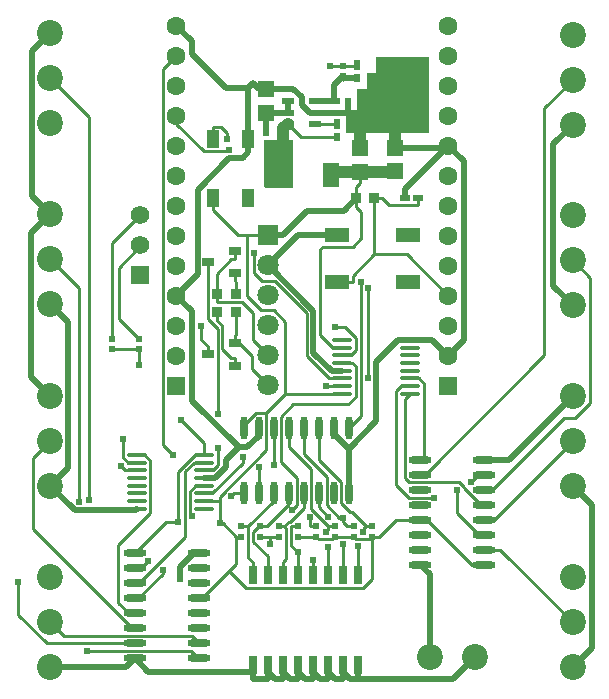
<source format=gtl>
G04 Layer: TopLayer*
G04 EasyEDA v6.5.38, 2023-11-28 08:19:45*
G04 5b7e501a1e2443daa6a4fc3441366d2c,52c161dc85b4440087471843f8ea1cfe,10*
G04 Gerber Generator version 0.2*
G04 Scale: 100 percent, Rotated: No, Reflected: No *
G04 Dimensions in millimeters *
G04 leading zeros omitted , absolute positions ,4 integer and 5 decimal *
%FSLAX45Y45*%
%MOMM*%

%AMMACRO1*21,1,$1,$2,0,0,$3*%
%ADD10C,0.5000*%
%ADD11C,0.2540*%
%ADD12C,1.0000*%
%ADD13MACRO1,0.54X0.5656X0.0000*%
%ADD14R,0.5400X0.5657*%
%ADD15O,1.9709892X0.6020054*%
%ADD16O,1.7314926000000002X0.3430016*%
%ADD17O,0.6020054X1.9709892*%
%ADD18MACRO1,1.4986X0.9982X90.0000*%
%ADD19MACRO1,1.5011X0.9982X90.0000*%
%ADD20MACRO1,0.54X0.7901X90.0000*%
%ADD21R,1.0720X0.5320*%
%ADD22MACRO1,0.54X0.7901X0.0000*%
%ADD23R,0.5400X0.7901*%
%ADD24R,1.4000X2.1200*%
%ADD25MACRO1,0.54X0.5656X-90.0000*%
%ADD26MACRO1,1.35X1.41X0.0000*%
%ADD27R,1.3500X1.4100*%
%ADD28MACRO1,0.76X1.6X0.0000*%
%ADD29R,2.1000X1.2000*%
%ADD30MACRO1,0.864X0.8065X-90.0000*%
%ADD31R,1.0000X0.8000*%
%ADD32MACRO1,0.864X0.8065X0.0000*%
%ADD33R,0.8640X0.8065*%
%ADD34MACRO1,1.6X1.6X90.0000*%
%ADD35C,1.6000*%
%ADD36C,1.5748*%
%ADD37R,1.5748X1.5748*%
%ADD38C,2.2000*%
%ADD39C,1.8000*%
%ADD40R,1.8000X1.8000*%
%ADD41C,0.6100*%
%ADD42C,0.6200*%
%ADD43C,0.0117*%

%LPD*%
G36*
X9044990Y12824968D02*
G01*
X9044990Y12434976D01*
X9059976Y12419990D01*
X9284970Y12419990D01*
X9284970Y12824968D01*
G37*
G36*
X9989972Y13529970D02*
G01*
X9989972Y13394994D01*
X9914991Y13394994D01*
X9914991Y13259968D01*
X9832238Y13257580D01*
X9832238Y13057581D01*
X9732264Y13057581D01*
X9732264Y12882575D01*
X10439958Y12884962D01*
X10439958Y13529970D01*
G37*
D10*
X8493531Y9324489D02*
G01*
X8448878Y9324489D01*
X8331733Y9207345D01*
X8331733Y9109326D01*
X7229983Y12195985D02*
G01*
X7069302Y12035304D01*
X7069302Y10821667D01*
X7229983Y10660987D01*
X7229983Y12195985D02*
G01*
X7075855Y12350112D01*
X7075855Y13576856D01*
X7229983Y13730983D01*
X11654967Y9893983D02*
G01*
X11815622Y9733328D01*
X11815622Y8524643D01*
X11654967Y8363988D01*
X10361422Y9230484D02*
G01*
X10444479Y9147426D01*
X10444479Y8444989D01*
D11*
X10908538Y9865484D02*
G01*
X10974527Y9865484D01*
X11584533Y10475490D01*
X11676837Y10475490D01*
X11803456Y10602109D01*
X11803456Y11656514D01*
X11654993Y11804977D01*
X9094038Y9466704D02*
G01*
X9008541Y9466704D01*
X9167113Y9466704D02*
G01*
X9094038Y9466704D01*
X9094038Y9466704D02*
G01*
X9094038Y9406430D01*
X8668156Y9578489D02*
G01*
X8696909Y9578489D01*
X8808694Y9466704D01*
X8668156Y9767465D02*
G01*
X8668156Y9578489D01*
X8311565Y9593323D02*
G01*
X8311565Y10014861D01*
X8454186Y10157482D01*
X8536559Y10157482D01*
X7946415Y9324489D02*
G01*
X8215249Y9593323D01*
X8311565Y9593323D01*
X9060992Y10515114D02*
G01*
X9060992Y10198681D01*
X8668156Y9805845D01*
X8668156Y9767465D01*
X8668156Y9767465D02*
G01*
X8536559Y9767465D01*
X9824643Y12258850D02*
G01*
X9865766Y12217727D01*
X9865766Y11992759D01*
X9796043Y11923036D01*
X9542932Y11923036D01*
X9703409Y11067488D02*
G01*
X9629647Y11067488D01*
X9519031Y11178105D01*
X9519031Y11899135D01*
X9542932Y11923036D01*
X9801402Y9466704D02*
G01*
X9822637Y9445470D01*
X9938740Y9445470D01*
X9959975Y9466704D01*
X8747912Y9173182D02*
G01*
X8808694Y9233964D01*
X8808694Y9466704D01*
X9642830Y9466704D02*
G01*
X9801402Y9466704D01*
X9484258Y9466704D02*
G01*
X9505492Y9445470D01*
X9621596Y9445470D01*
X9642830Y9466704D01*
X9484258Y9466704D02*
G01*
X9325686Y9466704D01*
X9959975Y9466704D02*
G01*
X9982479Y9466704D01*
X9982479Y9466704D02*
G01*
X10014889Y9466704D01*
X9703409Y10677471D02*
G01*
X9223349Y10677471D01*
X8898305Y12019988D02*
G01*
X8898305Y11502743D01*
X9015958Y11385090D01*
X9124315Y11385090D01*
X9223349Y11286055D01*
X9223349Y10677471D01*
X8898305Y12019988D02*
G01*
X8822131Y12019988D01*
X8609990Y12232129D01*
X9074988Y12019988D02*
G01*
X8898305Y12019988D01*
X9060992Y10515114D02*
G01*
X8977274Y10515114D01*
X8870492Y10408333D01*
X8870492Y10383542D01*
X8849995Y9466704D02*
G01*
X8811971Y9466704D01*
X8811971Y9466704D02*
G01*
X8808694Y9466704D01*
X8493531Y8943489D02*
G01*
X8518220Y8943489D01*
X8747912Y9173182D01*
X8747912Y9173182D02*
G01*
X8887663Y9033405D01*
X9884105Y9033405D01*
X9959975Y9109275D01*
X9959975Y9466704D01*
X10908538Y9230484D02*
G01*
X10804245Y9230484D01*
X10423245Y9611484D01*
X10361422Y9611484D01*
X10014889Y9466704D02*
G01*
X10159669Y9611484D01*
X10361422Y9611484D01*
X9824643Y12329970D02*
G01*
X9824643Y12258850D01*
X9074988Y12019988D02*
G01*
X9133941Y12019988D01*
X8609990Y12334974D02*
G01*
X8609990Y12232129D01*
X9857257Y12557579D02*
G01*
X9857257Y12459180D01*
X9824643Y12329970D02*
G01*
X9824643Y12426566D01*
X9857257Y12459180D01*
X9703409Y10742470D02*
G01*
X9568205Y10742470D01*
X10679049Y9862233D02*
G01*
X10679049Y9668329D01*
X10862894Y9484484D01*
X10908538Y9484484D01*
X8536559Y9897463D02*
G01*
X8462340Y9897463D01*
X8417839Y9852962D01*
X8417839Y9655578D01*
X8432418Y9640999D01*
X8268131Y10159260D02*
G01*
X8184946Y10242445D01*
X8184946Y13424938D01*
X8299983Y13539975D01*
X8536559Y9832464D02*
G01*
X8605494Y9832464D01*
X8861933Y10088902D01*
X8861933Y10144401D01*
X9703409Y11002490D02*
G01*
X9777958Y11002490D01*
X9820376Y11044908D01*
X9820376Y11149403D01*
X9729368Y11240411D01*
X9644405Y11240411D01*
X9703409Y10807468D02*
G01*
X9596094Y10807468D01*
X9407093Y10996470D01*
X9407093Y11358801D01*
X9135821Y11630073D01*
X9023984Y11630073D01*
X8956903Y11697154D01*
X8956903Y11869290D01*
X9922052Y10810034D02*
G01*
X9922052Y11568681D01*
X8997492Y9836426D02*
G01*
X8997492Y10052352D01*
X9212706Y9553267D02*
G01*
X9253753Y9594314D01*
X9264904Y9594314D01*
X9378492Y9707902D01*
X9378492Y9836426D01*
X9199499Y9249407D02*
G01*
X9225229Y9275137D01*
X9225229Y9540745D01*
X9212706Y9553267D01*
X9199499Y9141482D02*
G01*
X9199499Y9249407D01*
X9167113Y9553267D02*
G01*
X9212706Y9553267D01*
X9124492Y10070462D02*
G01*
X9124492Y10383542D01*
X9453499Y9249407D02*
G01*
X9453499Y9269803D01*
X9453499Y9141482D02*
G01*
X9453499Y9249407D01*
X9429343Y9553267D02*
G01*
X9429343Y9628959D01*
X9484258Y9553267D02*
G01*
X9429343Y9553267D01*
X9759492Y10383542D02*
G01*
X9863480Y10487530D01*
X9863480Y11619989D01*
X8299983Y13031975D02*
G01*
X8299983Y12963827D01*
X8531986Y12731823D01*
X8733205Y12731823D01*
X8742425Y12741043D01*
X8569985Y11722072D02*
G01*
X8565159Y11717246D01*
X8565159Y11306502D01*
X8649487Y11222174D01*
X8649487Y10502110D01*
X8569985Y11789991D02*
G01*
X8569985Y11722072D01*
X9975316Y11857352D02*
G01*
X9792893Y11674929D01*
X9792893Y11619964D01*
X10599978Y11507975D02*
G01*
X10250601Y11857352D01*
X9975316Y11857352D01*
X9975316Y11857352D02*
G01*
X9975316Y12329970D01*
X9726447Y11619964D02*
G01*
X9660000Y11619964D01*
X9726447Y11619964D02*
G01*
X9792893Y11619964D01*
X10344480Y12329970D02*
G01*
X10344480Y12275055D01*
X9975316Y12329970D02*
G01*
X10043540Y12329970D01*
X10043540Y12329970D02*
G01*
X10098633Y12274877D01*
X10344302Y12274877D01*
X10344480Y12275055D01*
X8609990Y12834973D02*
G01*
X8609990Y12937944D01*
X8609990Y12937944D02*
G01*
X8674506Y12937944D01*
X8725966Y12886484D01*
X8725966Y12834973D01*
D10*
X7229983Y11433985D02*
G01*
X7382383Y11281585D01*
X7382383Y10051387D01*
X7229983Y9898987D01*
X8828354Y10223014D02*
G01*
X8899677Y10223014D01*
X8997492Y10320830D01*
X8997492Y10383542D01*
X8299983Y11507975D02*
G01*
X8433612Y11374346D01*
X8433612Y10617756D01*
X8828354Y10223014D01*
X8536559Y9962461D02*
G01*
X8625128Y9962461D01*
X8718397Y10055730D01*
X8718397Y10113058D01*
X8828354Y10223014D01*
X7229983Y9898987D02*
G01*
X7439736Y9689233D01*
X7950174Y9689233D01*
X7963408Y9702467D01*
X9759492Y10208333D02*
G01*
X9632492Y10335333D01*
X9632492Y10383542D01*
X10276560Y11132487D02*
G01*
X10176941Y11132487D01*
X9992918Y10948464D01*
X9992918Y10441759D01*
X9759492Y10208333D01*
X9759492Y10208333D02*
G01*
X9759492Y9836426D01*
X8299983Y11507975D02*
G01*
X8479612Y11687604D01*
X8479612Y12404620D01*
X8745169Y12670177D01*
X8860434Y12670177D01*
X8909964Y12719707D01*
X9074988Y11765988D02*
G01*
X9460179Y11380797D01*
X9460179Y11025832D01*
X9613518Y10872492D01*
X9703409Y10872492D01*
X8945499Y8318395D02*
G01*
X8063509Y8318395D01*
X7946415Y8435489D01*
X8945499Y8318395D02*
G01*
X8945499Y8258299D01*
X8945499Y8378492D02*
G01*
X8945499Y8318395D01*
X10599978Y12777975D02*
G01*
X10731601Y12646352D01*
X10731601Y11131598D01*
X10599978Y10999975D01*
X8909964Y12834973D02*
G01*
X8909964Y12719707D01*
X8909964Y13267941D02*
G01*
X8909964Y12834973D01*
X7229983Y8363988D02*
G01*
X7874914Y8363988D01*
X7946415Y8435489D01*
X10825479Y8444989D02*
G01*
X10638790Y8258299D01*
X9834499Y8258299D01*
X10908538Y10119484D02*
G01*
X11118468Y10119484D01*
X11654967Y10655983D01*
X10276560Y11132487D02*
G01*
X10467466Y11132487D01*
X10599978Y10999975D01*
X8949690Y13307667D02*
G01*
X8909964Y13267941D01*
X9059976Y13254989D02*
G01*
X9002367Y13254989D01*
X8949692Y13307664D01*
X9834499Y8378492D02*
G01*
X9834499Y8258299D01*
X9707499Y8318395D02*
G01*
X9767595Y8258299D01*
X9834499Y8258299D01*
X9707499Y8318395D02*
G01*
X9707499Y8258299D01*
X9707499Y8378492D02*
G01*
X9707499Y8318395D01*
X9580499Y8318395D02*
G01*
X9640595Y8258299D01*
X9707499Y8258299D01*
X9580499Y8318395D02*
G01*
X9580499Y8258299D01*
X9580499Y8378492D02*
G01*
X9580499Y8318395D01*
X9453499Y8318395D02*
G01*
X9513595Y8258299D01*
X9580499Y8258299D01*
X9453499Y8318395D02*
G01*
X9453499Y8258299D01*
X9453499Y8378492D02*
G01*
X9453499Y8318395D01*
X9326499Y8318395D02*
G01*
X9386595Y8258299D01*
X9453499Y8258299D01*
X9326499Y8318395D02*
G01*
X9326499Y8258299D01*
X9326499Y8378492D02*
G01*
X9326499Y8318395D01*
X9199499Y8318395D02*
G01*
X9259595Y8258299D01*
X9326499Y8258299D01*
X9199499Y8318395D02*
G01*
X9199499Y8258299D01*
X9199499Y8378492D02*
G01*
X9199499Y8318395D01*
X9072499Y8318395D02*
G01*
X9132595Y8258299D01*
X9199499Y8258299D01*
X9072499Y8318395D02*
G01*
X9072499Y8258299D01*
X9072499Y8378492D02*
G01*
X9072499Y8318395D01*
X8945499Y8258299D02*
G01*
X9072499Y8258299D01*
D11*
X8569985Y11077902D02*
G01*
X8512581Y11135306D01*
X8512581Y11253975D01*
X8569985Y11009983D02*
G01*
X8569985Y11077902D01*
X9834499Y9141482D02*
G01*
X9834499Y9384027D01*
X9880701Y9504042D02*
G01*
X9880701Y9528909D01*
X9905060Y9553267D01*
X9959975Y9553267D02*
G01*
X9905060Y9553267D01*
X9505492Y10383542D02*
G01*
X9505492Y10114150D01*
X9690658Y9928984D01*
X9690658Y9752429D01*
X9769551Y9673536D01*
X9784791Y9673536D01*
X9905060Y9553267D01*
X9326499Y9333659D02*
G01*
X9270593Y9389564D01*
X9270593Y9553089D01*
X9270771Y9553267D01*
X9326499Y9249407D02*
G01*
X9326499Y9333659D01*
X9505492Y9836426D02*
G01*
X9505492Y9716284D01*
X9584512Y9637265D01*
X9298228Y9553267D02*
G01*
X9325686Y9553267D01*
X9298228Y9553267D02*
G01*
X9270771Y9553267D01*
X9326499Y9141482D02*
G01*
X9326499Y9249407D01*
X7229983Y10279987D02*
G01*
X7083221Y10133225D01*
X7083221Y9528959D01*
X7922691Y8689489D01*
X7946415Y8689489D01*
X7475042Y9760099D02*
G01*
X7475042Y11569926D01*
X7229983Y11814985D01*
X7946415Y8943489D02*
G01*
X7979232Y8943489D01*
X8188096Y9152354D01*
X8188096Y9180192D01*
X7963408Y10157482D02*
G01*
X8033435Y10157482D01*
X8080324Y10110594D01*
X8080324Y9666932D01*
X7807325Y9393933D01*
X7807325Y8909047D01*
X7899882Y8816489D01*
X7946415Y8816489D01*
X7963408Y10092484D02*
G01*
X7893684Y10092484D01*
X7848752Y10137416D01*
X7848752Y10295227D01*
X6959981Y9078998D02*
G01*
X6959981Y8803891D01*
X7201382Y8562489D01*
X7946415Y8562489D01*
X7963408Y10027485D02*
G01*
X7865770Y10027485D01*
X7832496Y10060759D01*
X7544561Y8501148D02*
G01*
X8427872Y8501148D01*
X8493531Y8435489D01*
X9585680Y9553267D02*
G01*
X9525939Y9613008D01*
X9525939Y9617834D01*
X9441992Y9701781D01*
X9441992Y10035689D01*
X9251492Y10226189D01*
X9251492Y10383542D01*
X9585680Y9553267D02*
G01*
X9615373Y9553267D01*
X9585680Y9553267D02*
G01*
X9585680Y9526165D01*
X9569704Y9510189D01*
X9642830Y9553267D02*
G01*
X9615373Y9553267D01*
X9580499Y9141482D02*
G01*
X9580499Y9382249D01*
X10276560Y10807468D02*
G01*
X10353776Y10807468D01*
X10400487Y10760758D01*
X10400487Y10158549D01*
X10361422Y10119484D01*
X10908538Y9738484D02*
G01*
X10878007Y9738484D01*
X10737621Y9878870D01*
X10737621Y9886515D01*
X10692104Y9932032D01*
X10268661Y9932032D01*
X10234218Y9966474D01*
X10234218Y10635129D01*
X10276560Y10677471D01*
X7946415Y9070489D02*
G01*
X7983702Y9070489D01*
X8372957Y9459744D01*
X8372957Y9560176D01*
X8375980Y9563199D01*
X8375980Y9611763D01*
X8372957Y9614786D01*
X8372957Y10018570D01*
X8446871Y10092484D01*
X8536559Y10092484D01*
X7946415Y9197489D02*
G01*
X7998561Y9197489D01*
X8060639Y9259567D01*
X7563713Y9777981D02*
G01*
X7563713Y13016252D01*
X7229983Y13349983D01*
X7229983Y8744988D02*
G01*
X7348981Y8625989D01*
X8430031Y8625989D01*
X8493531Y8562489D01*
X10908538Y9357484D02*
G01*
X11042472Y9357484D01*
X11654967Y8744988D01*
X10908538Y9611484D02*
G01*
X10991468Y9611484D01*
X11654967Y10274983D01*
X10361422Y9992484D02*
G01*
X10401782Y9992484D01*
X11412067Y11002769D01*
X11412067Y13092071D01*
X11654967Y13334972D01*
X8536559Y10027485D02*
G01*
X8607704Y10027485D01*
X8655735Y10075517D01*
X8655735Y10221059D01*
X9251492Y9836426D02*
G01*
X9251492Y9746587D01*
X9063456Y9558550D01*
X9063456Y9553267D01*
X9008541Y9553267D02*
G01*
X8995562Y9553267D01*
X8949156Y9506861D01*
X8949156Y9424388D01*
X9072499Y9301045D01*
X9072499Y9141482D01*
X9025915Y9553267D02*
G01*
X9008541Y9553267D01*
X9025915Y9553267D02*
G01*
X9063456Y9553267D01*
X9707270Y13364309D02*
G01*
X9707270Y13336216D01*
X9074988Y10749988D02*
G01*
X8939072Y10885904D01*
X8939072Y10999848D01*
X8799982Y11138938D01*
X8799982Y11138938D02*
G01*
X8799982Y11172898D01*
X8799982Y11104979D02*
G01*
X8799982Y11138938D01*
X8804986Y11369647D02*
G01*
X8804986Y11177902D01*
X8799982Y11172898D01*
X8639987Y11520294D02*
G01*
X8639987Y11588544D01*
X8639987Y11588544D02*
G01*
X8639987Y11691033D01*
X8766022Y11817068D01*
X8799982Y11817068D01*
X8639987Y11520294D02*
G01*
X8639987Y11452070D01*
X8639987Y11452070D02*
G01*
X8640165Y11451892D01*
X8856014Y11451892D01*
X8945194Y11362712D01*
X8945194Y11133782D01*
X9074988Y11003988D01*
X8799982Y11884987D02*
G01*
X8799982Y11817068D01*
X8799982Y10914987D02*
G01*
X8799982Y10982906D01*
X8639987Y11369647D02*
G01*
X8639987Y11301422D01*
X8639987Y11301422D02*
G01*
X8690279Y11251130D01*
X8690279Y11058649D01*
X8766022Y10982906D01*
X8799982Y10982906D01*
X8799982Y11694970D02*
G01*
X8799982Y11627076D01*
X8804986Y11520294D02*
G01*
X8804986Y11622072D01*
X8799982Y11627076D01*
X9709988Y9628273D02*
G01*
X9676333Y9628273D01*
X9571329Y9733277D01*
X9571329Y9975441D01*
X9378492Y10168277D01*
X9378492Y10383542D01*
X9707499Y9141482D02*
G01*
X9707499Y9406633D01*
X9709988Y9628273D02*
G01*
X9709988Y9589767D01*
X9746488Y9553267D01*
X9801402Y9553267D02*
G01*
X9746488Y9553267D01*
X8945499Y9141482D02*
G01*
X8945499Y9249407D01*
X8904909Y9553267D02*
G01*
X8905519Y9552658D01*
X8905519Y9289387D01*
X8945499Y9249407D01*
X8894825Y9553267D02*
G01*
X8904909Y9553267D01*
X8849995Y9553267D02*
G01*
X8894825Y9553267D01*
X8904909Y9553267D02*
G01*
X9124492Y9772850D01*
X9124492Y9836426D01*
X8870492Y9836426D02*
G01*
X8784361Y9836426D01*
X8758250Y9810315D01*
X10276560Y10742470D02*
G01*
X10202011Y10742470D01*
X10159542Y10700001D01*
X10159542Y9903152D01*
X10265460Y9797234D01*
X10483722Y9797234D01*
X10908538Y9992484D02*
G01*
X10856315Y9992484D01*
X10791393Y9927562D01*
D10*
X11654967Y12953972D02*
G01*
X11488877Y12787881D01*
X11488877Y11590093D01*
X11654993Y11423977D01*
D11*
X9703409Y10937491D02*
G01*
X9789413Y10937491D01*
X9818065Y10908840D01*
X9818065Y10652782D01*
X9753117Y10587835D01*
X9289821Y10587835D01*
X9182684Y10480697D01*
X9182684Y10100713D01*
X9320301Y9963096D01*
X9320301Y9732566D01*
X9278264Y9690529D01*
D10*
X9059976Y13254989D02*
G01*
X9289971Y13254989D01*
X9359986Y13184974D01*
X9359986Y13124972D01*
X9427370Y13057578D01*
X9472165Y13057578D01*
X9059976Y13054964D02*
G01*
X9062590Y13057578D01*
X9242351Y13057578D01*
X9059974Y12884962D02*
G01*
X9059976Y12884965D01*
X9059976Y13054964D01*
D12*
X9242348Y12962585D02*
G01*
X9204452Y12924688D01*
X9204452Y12532588D01*
X9610064Y12532588D02*
G01*
X9635058Y12557582D01*
X9857257Y12557582D01*
X10002525Y12557582D02*
G01*
X10107269Y12557582D01*
X9857257Y12557582D02*
G01*
X10002525Y12557582D01*
X10154988Y12759987D02*
G01*
X10154980Y12884972D01*
X9857231Y12757658D02*
G01*
X9854981Y12899974D01*
D11*
X9832263Y13462101D02*
G01*
X9821036Y13450874D01*
X9707270Y13450874D01*
X9707270Y13450874D02*
G01*
X9599980Y13450874D01*
D10*
X10154988Y12759987D02*
G01*
X10581987Y12759987D01*
X10599978Y12777978D01*
X10599978Y12777978D02*
G01*
X10235463Y12413462D01*
X10235463Y12329972D01*
X9074985Y11765983D02*
G01*
X9328970Y12019968D01*
X9659988Y12019968D01*
D11*
X9242348Y12962585D02*
G01*
X9351848Y12853085D01*
X9657257Y12853085D01*
X9657334Y12962128D02*
G01*
X9472168Y12962636D01*
D10*
X9472168Y13057581D02*
G01*
X9824981Y13057581D01*
X9750552Y13157580D02*
G01*
X9750552Y13057581D01*
X9663988Y13157580D02*
G01*
X9658984Y13152577D01*
X9472168Y13152577D01*
X9634225Y13152577D02*
G01*
X9634225Y13291266D01*
X9707270Y13364311D01*
X9707270Y13364311D02*
G01*
X9718497Y13353084D01*
X9832263Y13353084D01*
X8909964Y13267941D02*
G01*
X8719464Y13267941D01*
X8433587Y13553818D01*
X8433587Y13660371D01*
X8299983Y13793975D01*
X9242348Y13057581D02*
G01*
X9242348Y13152577D01*
X9824643Y12329972D02*
G01*
X9719645Y12224974D01*
X9404982Y12224974D01*
X9199991Y12019983D01*
X9074985Y12019983D01*
D11*
X7754988Y11143256D02*
G01*
X7754988Y11953989D01*
X7994980Y12193981D01*
X7979978Y11143256D02*
G01*
X7814990Y11308257D01*
X7814990Y11744975D01*
X7994980Y11924967D01*
X7994980Y11939981D01*
X8536559Y10157487D02*
G01*
X8536559Y10258402D01*
X8339983Y10454977D01*
X7979984Y10919978D02*
G01*
X7979984Y11056696D01*
X7979984Y11056696D02*
G01*
X7754985Y11056696D01*
X9223349Y10677471D02*
G01*
X9060992Y10515114D01*
D13*
G01*
X7979984Y11056694D03*
D14*
G01*
X7979994Y11143259D03*
D13*
G01*
X7754985Y11056694D03*
D14*
G01*
X7754975Y11143259D03*
D15*
G01*
X7946415Y9324492D03*
G01*
X7946415Y9197492D03*
G01*
X7946415Y9070492D03*
G01*
X7946415Y8943492D03*
G01*
X7946415Y8816492D03*
G01*
X7946415Y8689492D03*
G01*
X7946415Y8562492D03*
G01*
X7946415Y8435492D03*
G01*
X8493531Y9324492D03*
G01*
X8493531Y9197492D03*
G01*
X8493531Y9070492D03*
G01*
X8493531Y8943492D03*
G01*
X8493531Y8816492D03*
G01*
X8493531Y8689492D03*
G01*
X8493531Y8562492D03*
G01*
X8493531Y8435492D03*
G01*
X10908538Y9230487D03*
G01*
X10908538Y9357487D03*
G01*
X10908538Y9484487D03*
G01*
X10908538Y9611487D03*
G01*
X10908538Y9738487D03*
G01*
X10908538Y9865487D03*
G01*
X10908538Y9992487D03*
G01*
X10908538Y10119487D03*
G01*
X10361422Y9230487D03*
G01*
X10361422Y9357487D03*
G01*
X10361422Y9484487D03*
G01*
X10361422Y9611487D03*
G01*
X10361422Y9738487D03*
G01*
X10361422Y9865487D03*
G01*
X10361422Y9992487D03*
G01*
X10361422Y10119487D03*
D16*
G01*
X7963408Y10157485D03*
G01*
X7963408Y10092486D03*
G01*
X7963408Y10027488D03*
G01*
X7963408Y9962464D03*
G01*
X7963408Y9897465D03*
G01*
X7963408Y9832467D03*
G01*
X7963408Y9767468D03*
G01*
X7963408Y9702469D03*
G01*
X8536559Y10157485D03*
G01*
X8536559Y10092486D03*
G01*
X8536559Y10027488D03*
G01*
X8536559Y9962464D03*
G01*
X8536559Y9897465D03*
G01*
X8536559Y9832467D03*
G01*
X8536559Y9767468D03*
G01*
X8536559Y9702469D03*
G01*
X10276560Y10677474D03*
G01*
X10276560Y10742472D03*
G01*
X10276560Y10807471D03*
G01*
X10276560Y10872495D03*
G01*
X10276560Y10937494D03*
G01*
X10276560Y11002492D03*
G01*
X10276560Y11067491D03*
G01*
X10276560Y11132489D03*
G01*
X9703409Y10677474D03*
G01*
X9703409Y10742472D03*
G01*
X9703409Y10807471D03*
G01*
X9703409Y10872495D03*
G01*
X9703409Y10937494D03*
G01*
X9703409Y11002492D03*
G01*
X9703409Y11067491D03*
G01*
X9703409Y11132489D03*
D17*
G01*
X8870492Y9836429D03*
G01*
X8997492Y9836429D03*
G01*
X9124492Y9836429D03*
G01*
X9251492Y9836429D03*
G01*
X9378492Y9836429D03*
G01*
X9505492Y9836429D03*
G01*
X9632492Y9836429D03*
G01*
X9759492Y9836429D03*
G01*
X8870492Y10383545D03*
G01*
X8997492Y10383545D03*
G01*
X9124492Y10383545D03*
G01*
X9251492Y10383545D03*
G01*
X9378492Y10383545D03*
G01*
X9505492Y10383545D03*
G01*
X9632492Y10383545D03*
G01*
X9759492Y10383545D03*
D13*
G01*
X8849982Y9466698D03*
D14*
G01*
X8849995Y9553270D03*
D13*
G01*
X9008546Y9466695D03*
D14*
G01*
X9008541Y9553270D03*
D13*
G01*
X9167116Y9466695D03*
D14*
G01*
X9167113Y9553270D03*
D13*
G01*
X9325681Y9466695D03*
D14*
G01*
X9325686Y9553270D03*
D13*
G01*
X9484255Y9466698D03*
D14*
G01*
X9484258Y9553270D03*
D13*
G01*
X9642828Y9466698D03*
D14*
G01*
X9642830Y9553270D03*
D13*
G01*
X9801405Y9466698D03*
D14*
G01*
X9801402Y9553270D03*
D13*
G01*
X9959980Y9466698D03*
D14*
G01*
X9959975Y9553270D03*
D18*
G01*
X8609995Y12334974D03*
G01*
X8909969Y12334974D03*
D19*
G01*
X8909969Y12834973D03*
G01*
X8609995Y12834973D03*
D20*
G01*
X10344485Y12329975D03*
G01*
X10235473Y12329975D03*
D21*
G01*
X9472168Y12962585D03*
G01*
X9472168Y13057581D03*
G01*
X9472168Y13152577D03*
G01*
X9242348Y13152577D03*
G01*
X9242348Y13057581D03*
G01*
X9242348Y12962585D03*
D22*
G01*
X9832263Y13462099D03*
D23*
G01*
X9832263Y13353084D03*
D24*
G01*
X9610064Y12532588D03*
G01*
X9204452Y12532588D03*
D13*
G01*
X9707262Y13450876D03*
D14*
G01*
X9707270Y13364311D03*
D25*
G01*
X9663979Y13157593D03*
G01*
X9750545Y13157593D03*
D22*
G01*
X9657262Y12962100D03*
D23*
G01*
X9657257Y12853085D03*
D26*
G01*
X9059981Y13054970D03*
D27*
G01*
X9059976Y13254964D03*
D26*
G01*
X9857262Y12557592D03*
D27*
G01*
X9857257Y12757607D03*
D26*
G01*
X10154980Y12559972D03*
D27*
G01*
X10154970Y12759969D03*
D28*
G01*
X9834479Y9141477D03*
G01*
X9707479Y9141477D03*
G01*
X9580479Y9141477D03*
G01*
X9453479Y9141477D03*
G01*
X9326479Y9141477D03*
G01*
X9199479Y9141477D03*
G01*
X9072479Y9141477D03*
G01*
X8945479Y9141477D03*
G01*
X9834479Y8378487D03*
G01*
X9707479Y8378487D03*
G01*
X9580479Y8378487D03*
G01*
X9453479Y8378487D03*
G01*
X9326479Y8378487D03*
G01*
X9199479Y8378487D03*
G01*
X9072479Y8378487D03*
G01*
X8945479Y8378487D03*
D29*
G01*
X9659975Y12019965D03*
G01*
X10259974Y12019965D03*
G01*
X9659975Y11619966D03*
G01*
X10259974Y11619966D03*
D30*
G01*
X9824655Y12329975D03*
G01*
X9975305Y12329975D03*
D31*
G01*
X8799982Y11104981D03*
G01*
X8569985Y11009985D03*
G01*
X8799982Y10914964D03*
G01*
X8799982Y11884964D03*
G01*
X8569985Y11789968D03*
G01*
X8799982Y11694972D03*
D32*
G01*
X8804981Y11369650D03*
D33*
G01*
X8804986Y11520296D03*
D32*
G01*
X8639982Y11520300D03*
D33*
G01*
X8639987Y11369649D03*
D34*
G01*
X10599978Y10745975D03*
D35*
G01*
X10599978Y10999978D03*
G01*
X10599978Y11253978D03*
G01*
X10599978Y11507978D03*
G01*
X10599978Y11761978D03*
G01*
X10599978Y12015978D03*
G01*
X10599978Y12269978D03*
G01*
X10599978Y12523978D03*
G01*
X10599978Y12777978D03*
G01*
X10599978Y13031978D03*
G01*
X10599978Y13285978D03*
G01*
X10599978Y13539978D03*
G01*
X10599978Y13793978D03*
D34*
G01*
X8299983Y10745975D03*
D35*
G01*
X8299983Y10999978D03*
G01*
X8299983Y11253978D03*
G01*
X8299983Y11507978D03*
G01*
X8299983Y11761978D03*
G01*
X8299983Y12015978D03*
G01*
X8299983Y12269978D03*
G01*
X8299983Y12523978D03*
G01*
X8299983Y12777978D03*
G01*
X8299983Y13031978D03*
G01*
X8299983Y13285978D03*
G01*
X8299983Y13539978D03*
G01*
X8299983Y13793978D03*
D36*
G01*
X7994980Y12193981D03*
G01*
X7994980Y11939981D03*
D37*
G01*
X7994980Y11685981D03*
D38*
G01*
X7229983Y13730960D03*
G01*
X7229983Y13349960D03*
G01*
X7229983Y12968960D03*
G01*
X7229983Y12195962D03*
G01*
X7229983Y11814962D03*
G01*
X7229983Y11433962D03*
G01*
X7229983Y10660964D03*
G01*
X7229983Y10279964D03*
G01*
X7229983Y9898964D03*
G01*
X7229983Y9125991D03*
G01*
X7229983Y8744991D03*
G01*
X7229983Y8363991D03*
G01*
X11654967Y8363991D03*
G01*
X11654967Y8744991D03*
G01*
X11654967Y9125991D03*
G01*
X11654967Y9893985D03*
G01*
X11654967Y10274985D03*
G01*
X11654967Y10655985D03*
G01*
X11654993Y11423980D03*
G01*
X11654993Y11804980D03*
G01*
X11654993Y12185980D03*
G01*
X11654967Y12953974D03*
G01*
X11654967Y13334974D03*
G01*
X11654967Y13715974D03*
G01*
X10444479Y8444992D03*
G01*
X10825479Y8444992D03*
D39*
G01*
X9074988Y10749991D03*
G01*
X9074988Y11003991D03*
G01*
X9074988Y11257991D03*
G01*
X9074988Y11511991D03*
G01*
X9074988Y11765991D03*
D40*
G01*
X9074988Y12019965D03*
D41*
G01*
X8331733Y9109329D03*
G01*
X9094038Y9406432D03*
G01*
X8311565Y9593326D03*
G01*
X8668156Y9578492D03*
G01*
X10679049Y9862235D03*
G01*
X9568205Y10742472D03*
G01*
X8432418Y9641001D03*
G01*
X8268131Y10159263D03*
G01*
X9278264Y9690531D03*
G01*
X8861933Y10144404D03*
G01*
X9644405Y11240414D03*
G01*
X8956903Y11869293D03*
G01*
X9922052Y11568684D03*
G01*
X9922052Y10810036D03*
G01*
X8997492Y10052354D03*
G01*
X9124492Y10070464D03*
G01*
X9453499Y9269806D03*
G01*
X9429343Y9628962D03*
G01*
X8742425Y12741046D03*
G01*
X9863480Y11619992D03*
G01*
X8649487Y10502112D03*
G01*
X8725966Y12834975D03*
G01*
X8512581Y11253978D03*
G01*
X9880701Y9504045D03*
G01*
X9834499Y9384029D03*
G01*
X9326499Y9333661D03*
G01*
X9584512Y9637268D03*
G01*
X7475042Y9760102D03*
G01*
X8188096Y9180195D03*
G01*
X6959981Y9079001D03*
G01*
X7848752Y10295229D03*
G01*
X7544561Y8501151D03*
G01*
X7832496Y10060762D03*
G01*
X9580499Y9382252D03*
G01*
X9569704Y9510191D03*
G01*
X7563713Y9777984D03*
G01*
X8060639Y9259570D03*
G01*
X8655735Y10221061D03*
G01*
X9709988Y9628276D03*
G01*
X9707499Y9406636D03*
G01*
X8758250Y9810318D03*
G01*
X10791393Y9927564D03*
G01*
X10483722Y9797237D03*
D42*
G01*
X9059976Y12884962D03*
G01*
X10002520Y12557582D03*
G01*
X9599980Y13450874D03*
G01*
X8339988Y10454970D03*
G01*
X7979994Y10919968D03*
M02*

</source>
